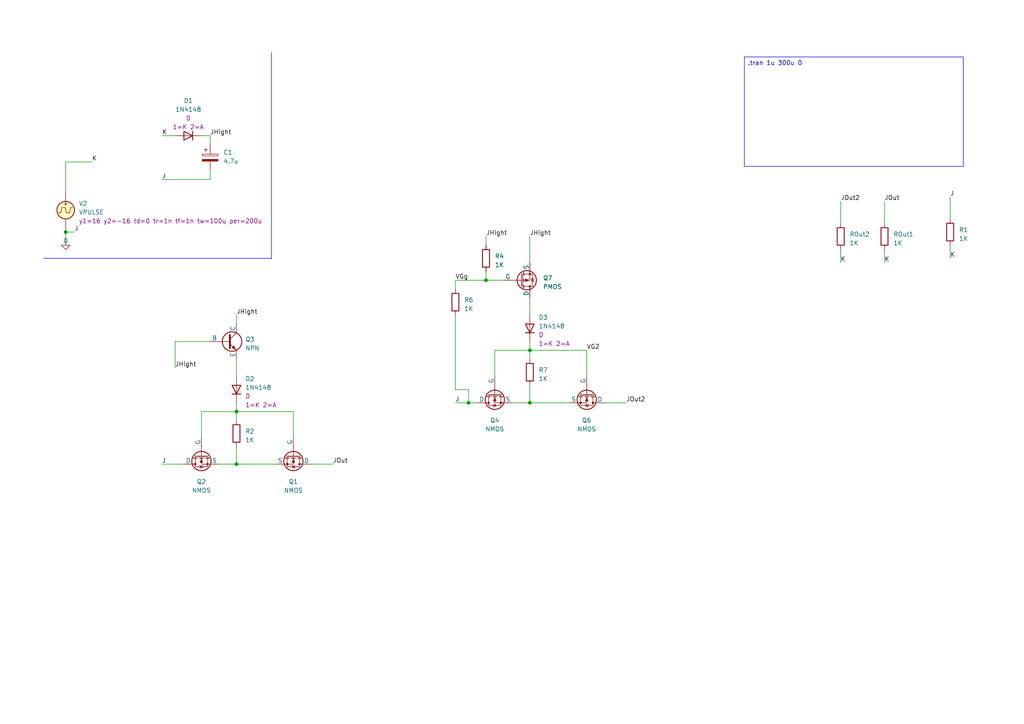
<source format=kicad_sch>
(kicad_sch (version 20230121) (generator eeschema)
  (paper "A4")
  (lib_symbols
    (symbol "Device:C_Polarized" (pin_numbers hide) (pin_names (offset 0.254))
      (property "Reference" "C" (at 0.635 2.54 0))
      (property "Value" "C_Polarized" (at 0.635 -2.54 0))
      (symbol "C_Polarized_0_1"
        (rectangle (start -2.286 0.508) (end 2.286 1.016))
        (polyline (pts (xy -1.778 2.286) (xy -0.762 2.286)))
        (polyline (pts (xy -1.27 2.794) (xy -1.27 1.778)))
        (rectangle (start 2.286 -0.508) (end -2.286 -1.016) (fill (type outline)))
      )
      (symbol "C_Polarized_1_1"
        (pin passive line (at 0 3.81 270) (length 2.794) (name "~") (number "1"))
        (pin passive line (at 0 -3.81 90) (length 2.794) (name "~") (number "2"))
      )
    )
    (symbol "Device:R" (pin_numbers hide) (pin_names (offset 0))
      (property "Reference" "R" (at 2.032 0 90))
      (property "Value" "R" (at 0 0 90))
      (symbol "R_0_1"
        (rectangle (start -1.016 -2.54) (end 1.016 2.54) (stroke (width 0.254)))
      )
      (symbol "R_1_1"
        (pin passive line (at 0 3.81 270) (length 1.27) (name "~") (number "1"))
        (pin passive line (at 0 -3.81 90) (length 1.27) (name "~") (number "2"))
      )
    )
    (symbol "Simulation_SPICE:0" (power) (pin_names (offset 0))
      (property "Value" "0" (at 0 -1.778 0))
      (symbol "0_0_1"
        (polyline (pts (xy -1.27 0) (xy 0 -1.27) (xy 1.27 0) (xy -1.27 0)))
      )
      (symbol "0_1_1"
        (pin power_in line (at 0 0 0) (length 0) hide (name "0") (number "1"))
      )
    )
    (symbol "Simulation_SPICE:D" (pin_numbers hide) (pin_names (offset 1.016) hide)
      (property "Reference" "D" (at 0 2.54 0))
      (property "Value" "D" (at 0 -2.54 0))
      (property "Sim.Device" "D" (at 0 0 0))
      (property "Sim.Pins" "1=K 2=A" (at 0 0 0))
      (symbol "D_0_1"
        (polyline (pts (xy -1.27 1.27) (xy -1.27 -1.27)) (stroke (width 0.254)))
        (polyline (pts (xy 1.27 0) (xy -1.27 0)))
        (polyline (pts (xy 1.27 1.27) (xy 1.27 -1.27) (xy -1.27 0) (xy 1.27 1.27)) (stroke (width 0.254)))
      )
      (symbol "D_1_1"
        (pin passive line (at -3.81 0 0) (length 2.54) (name "K") (number "1"))
        (pin passive line (at 3.81 0 180) (length 2.54) (name "A") (number "2"))
      )
    )
    (symbol "Simulation_SPICE:NMOS" (pin_numbers hide) (pin_names (offset 0))
      (property "Reference" "Q" (at 5.08 1.27 0))
      (property "Value" "NMOS" (at 5.08 -1.27 0))
      (symbol "NMOS_0_1"
        (polyline (pts (xy 0.254 0) (xy -2.54 0)))
        (polyline (pts (xy 0.254 1.905) (xy 0.254 -1.905)) (stroke (width 0.254)))
        (polyline (pts (xy 0.762 -1.27) (xy 0.762 -2.286)) (stroke (width 0.254)))
        (polyline (pts (xy 0.762 0.508) (xy 0.762 -0.508)) (stroke (width 0.254)))
        (polyline (pts (xy 0.762 2.286) (xy 0.762 1.27)) (stroke (width 0.254)))
        (polyline (pts (xy 2.54 2.54) (xy 2.54 1.778)))
        (polyline (pts (xy 2.54 -2.54) (xy 2.54 0) (xy 0.762 0)))
        (polyline (pts (xy 0.762 -1.778) (xy 3.302 -1.778) (xy 3.302 1.778) (xy 0.762 1.778)))
        (polyline (pts (xy 1.016 0) (xy 2.032 0.381) (xy 2.032 -0.381) (xy 1.016 0)) (fill (type outline)))
        (polyline (pts (xy 2.794 0.508) (xy 2.921 0.381) (xy 3.683 0.381) (xy 3.81 0.254)))
        (polyline (pts (xy 3.302 0.381) (xy 2.921 -0.254) (xy 3.683 -0.254) (xy 3.302 0.381)))
        (circle (center 1.651 0) (radius 2.794) (stroke (width 0.254)))
        (circle (center 2.54 -1.778) (radius 0.254) (fill (type outline)))
        (circle (center 2.54 1.778) (radius 0.254) (fill (type outline)))
      )
      (symbol "NMOS_1_1"
        (pin passive line (at 2.54 5.08 270) (length 2.54) (name "D") (number "1"))
        (pin input line (at -5.08 0 0) (length 2.54) (name "G") (number "2"))
        (pin passive line (at 2.54 -5.08 90) (length 2.54) (name "S") (number "3"))
      )
    )
    (symbol "Simulation_SPICE:NPN" (pin_numbers hide) (pin_names (offset 0))
      (property "Reference" "Q" (at -2.54 7.62 0))
      (property "Value" "NPN" (at -2.54 5.08 0))
      (symbol "NPN_0_1"
        (polyline (pts (xy -2.54 0) (xy 0.635 0)) (stroke (width 0.1524)))
        (polyline (pts (xy 0.635 0.635) (xy 2.54 2.54)))
        (polyline (pts (xy 2.794 -1.27) (xy 2.794 -1.27)) (stroke (width 0.1524)))
        (polyline (pts (xy 2.794 -1.27) (xy 2.794 -1.27)) (stroke (width 0.1524)))
        (polyline (pts (xy 0.635 -0.635) (xy 2.54 -2.54) (xy 2.54 -2.54)))
        (polyline (pts (xy 0.635 1.905) (xy 0.635 -1.905) (xy 0.635 -1.905)) (stroke (width 0.508)))
        (polyline (pts (xy 1.27 -1.778) (xy 1.778 -1.27) (xy 2.286 -2.286) (xy 1.27 -1.778) (xy 1.27 -1.778)) (fill (type outline)))
        (circle (center 1.27 0) (radius 2.8194) (stroke (width 0.254)))
      )
      (symbol "NPN_1_1"
        (pin open_collector line (at 2.54 5.08 270) (length 2.54) (name "C") (number "1"))
        (pin input line (at -5.08 0 0) (length 2.54) (name "B") (number "2"))
        (pin open_emitter line (at 2.54 -5.08 90) (length 2.54) (name "E") (number "3"))
      )
    )
    (symbol "Simulation_SPICE:PMOS" (pin_numbers hide) (pin_names (offset 0))
      (property "Reference" "Q" (at 5.08 1.27 0))
      (property "Value" "PMOS" (at 5.08 -1.27 0))
      (symbol "PMOS_0_1"
        (polyline (pts (xy 0.254 0) (xy -2.54 0)))
        (polyline (pts (xy 0.254 1.905) (xy 0.254 -1.905)) (stroke (width 0.254)))
        (polyline (pts (xy 0.762 -1.27) (xy 0.762 -2.286)) (stroke (width 0.254)))
        (polyline (pts (xy 0.762 0.508) (xy 0.762 -0.508)) (stroke (width 0.254)))
        (polyline (pts (xy 0.762 2.286) (xy 0.762 1.27)) (stroke (width 0.254)))
        (polyline (pts (xy 2.54 2.54) (xy 2.54 1.778)))
        (polyline (pts (xy 2.54 -2.54) (xy 2.54 0) (xy 0.762 0)))
        (polyline (pts (xy 0.762 1.778) (xy 3.302 1.778) (xy 3.302 -1.778) (xy 0.762 -1.778)))
        (polyline (pts (xy 2.286 0) (xy 1.27 0.381) (xy 1.27 -0.381) (xy 2.286 0)) (fill (type outline)))
        (polyline (pts (xy 2.794 -0.508) (xy 2.921 -0.381) (xy 3.683 -0.381) (xy 3.81 -0.254)))
        (polyline (pts (xy 3.302 -0.381) (xy 2.921 0.254) (xy 3.683 0.254) (xy 3.302 -0.381)))
        (circle (center 1.651 0) (radius 2.794) (stroke (width 0.254)))
        (circle (center 2.54 -1.778) (radius 0.254) (fill (type outline)))
        (circle (center 2.54 1.778) (radius 0.254) (fill (type outline)))
      )
      (symbol "PMOS_1_1"
        (pin passive line (at 2.54 5.08 270) (length 2.54) (name "D") (number "1"))
        (pin input line (at -5.08 0 0) (length 2.54) (name "G") (number "2"))
        (pin passive line (at 2.54 -5.08 90) (length 2.54) (name "S") (number "3"))
      )
    )
    (symbol "Simulation_SPICE:VPULSE" (pin_numbers hide) (pin_names (offset 0.0254))
      (property "Reference" "V" (at 2.54 2.54 0))
      (property "Value" "VPULSE" (at 2.54 0 0))
      (property "Sim.Params" "y1=0 y2=1 td=2n tr=2n tf=2n tw=50n per=100n" (at 2.54 -2.54 0))
      (symbol "VPULSE_0_0"
        (polyline (pts (xy -2.032 -0.762) (xy -1.397 -0.762) (xy -1.143 0.762) (xy -0.127 0.762) (xy 0.127 -0.762) (xy 1.143 -0.762) (xy 1.397 0.762) (xy 2.032 0.762)))
        (text "+" (at 0 1.905 0) (effects (font (size 1.27 1.27))))
      )
      (symbol "VPULSE_0_1"
        (circle (center 0 0) (radius 2.54) (stroke (width 0.254)) (fill (type background)))
      )
      (symbol "VPULSE_1_1"
        (pin passive line (at 0 5.08 270) (length 2.54) (name "~") (number "1"))
        (pin passive line (at 0 -5.08 90) (length 2.54) (name "~") (number "2"))
      )
    )
  )
  (junction (at 19.05 67.31))
  (junction (at 68.58 134.62))
  (junction (at 68.58 119.38))
  (junction (at 153.67 116.84))
  (junction (at 140.97 81.28))
  (junction (at 153.67 101.6))
  (junction (at 135.89 116.84))
  (wire (pts (xy 68.58 119.38) (xy 68.58 121.92)))
  (wire (pts (xy 153.67 68.58) (xy 153.67 76.2)))
  (wire (pts (xy 135.89 113.03) (xy 135.89 116.84)))
  (wire (pts (xy 170.18 109.22) (xy 170.18 101.6)))
  (wire (pts (xy 58.42 119.38) (xy 58.42 127)))
  (wire (pts (xy 275.59 71.12) (xy 275.59 74.93)))
  (wire (pts (xy 243.84 72.39) (xy 243.84 76.2)))
  (wire (pts (xy 256.54 72.39) (xy 256.54 76.2)))
  (wire (pts (xy 175.26 116.84) (xy 181.61 116.84)))
  (wire (pts (xy 153.67 86.36) (xy 153.67 91.44)))
  (wire (pts (xy 90.17 134.62) (xy 96.52 134.62)))
  (wire (pts (xy 58.42 39.37) (xy 60.96 39.37)))
  (wire (pts (xy 68.58 119.38) (xy 58.42 119.38)))
  (wire (pts (xy 68.58 116.84) (xy 68.58 119.38)))
  (wire (pts (xy 132.08 91.44) (xy 132.08 113.03)))
  (wire (pts (xy 143.51 101.6) (xy 143.51 109.22)))
  (wire (pts (xy 50.8 99.06) (xy 50.8 106.68)))
  (polyline (pts (xy 78.74 15.24) (xy 78.74 74.93)))
  (wire (pts (xy 60.96 39.37) (xy 60.96 41.91)))
  (wire (pts (xy 243.84 58.42) (xy 243.84 64.77)))
  (wire (pts (xy 46.99 134.62) (xy 53.34 134.62)))
  (wire (pts (xy 46.99 39.37) (xy 50.8 39.37)))
  (wire (pts (xy 135.89 116.84) (xy 138.43 116.84)))
  (wire (pts (xy 140.97 68.58) (xy 140.97 71.12)))
  (wire (pts (xy 68.58 119.38) (xy 85.09 119.38)))
  (wire (pts (xy 68.58 129.54) (xy 68.58 134.62)))
  (wire (pts (xy 153.67 101.6) (xy 170.18 101.6)))
  (wire (pts (xy 153.67 116.84) (xy 148.59 116.84)))
  (wire (pts (xy 146.05 81.28) (xy 140.97 81.28)))
  (wire (pts (xy 153.67 99.06) (xy 153.67 101.6)))
  (wire (pts (xy 19.05 67.31) (xy 19.05 71.12)))
  (wire (pts (xy 153.67 116.84) (xy 165.1 116.84)))
  (wire (pts (xy 19.05 67.31) (xy 21.59 67.31)))
  (wire (pts (xy 46.99 52.07) (xy 60.96 52.07)))
  (wire (pts (xy 68.58 134.62) (xy 63.5 134.62)))
  (wire (pts (xy 153.67 101.6) (xy 153.67 104.14)))
  (polyline (pts (xy 12.7 74.93) (xy 78.74 74.93)))
  (wire (pts (xy 132.08 116.84) (xy 135.89 116.84)))
  (wire (pts (xy 256.54 58.42) (xy 256.54 64.77)))
  (wire (pts (xy 85.09 127) (xy 85.09 119.38)))
  (wire (pts (xy 153.67 101.6) (xy 143.51 101.6)))
  (wire (pts (xy 132.08 113.03) (xy 135.89 113.03)))
  (wire (pts (xy 60.96 99.06) (xy 50.8 99.06)))
  (wire (pts (xy 60.96 49.53) (xy 60.96 52.07)))
  (wire (pts (xy 68.58 134.62) (xy 80.01 134.62)))
  (wire (pts (xy 19.05 66.04) (xy 19.05 67.31)))
  (wire (pts (xy 19.05 46.99) (xy 26.67 46.99)))
  (wire (pts (xy 275.59 57.15) (xy 275.59 63.5)))
  (wire (pts (xy 132.08 81.28) (xy 132.08 83.82)))
  (wire (pts (xy 68.58 91.44) (xy 68.58 93.98)))
  (wire (pts (xy 132.08 81.28) (xy 140.97 81.28)))
  (wire (pts (xy 19.05 55.88) (xy 19.05 46.99)))
  (wire (pts (xy 153.67 111.76) (xy 153.67 116.84)))
  (wire (pts (xy 140.97 81.28) (xy 140.97 78.74)))
  (wire (pts (xy 68.58 104.14) (xy 68.58 109.22)))
  (text_box ".tran 1u 300u 0" (at 215.9 16.51 0) (size 63.5 31.75) (effects (font (size 1.27 1.27)) (justify left top)))
  (label "K" (at 46.99 39.37 0))
  (label "JOut2" (at 181.61 116.84 0))
  (label "J" (at 46.99 52.07 0))
  (label "JOut" (at 256.54 58.42 0))
  (label "VG2" (at 170.18 101.6 0))
  (label "JHight" (at 60.96 39.37 0))
  (label "J" (at 46.99 134.62 0))
  (label "J" (at 132.08 116.84 0))
  (label "J" (at 21.59 67.31 0))
  (label "JHight" (at 50.8 106.68 0))
  (label "JHight" (at 153.67 68.58 0))
  (label "K" (at 275.59 74.93 0))
  (label "K" (at 256.54 76.2 0))
  (label "JOut2" (at 243.84 58.42 0))
  (label "VGg" (at 132.08 81.28 0))
  (label "K" (at 26.67 46.99 0))
  (label "JOut" (at 96.52 134.62 0))
  (label "JHight" (at 140.97 68.58 0))
  (label "JHight" (at 68.58 91.44 0))
  (label "J" (at 275.59 57.15 0))
  (label "K" (at 243.84 76.2 0))
  (symbol (lib_id "Simulation_SPICE:0") (at 19.05 71.12 0) (unit 1)
    (property "Reference" "#GND02" (effects hide))
    (property "Value" "0" (at 19.05 69.85 0))
  )
  (symbol (lib_id "Simulation_SPICE:NMOS") (at 85.09 132.08 270) (unit 1)
    (property "Reference" "Q1" (at 85.09 139.7 90))
    (property "Value" "NMOS" (at 85.09 142.24 90))
    (property "Datasheet" "https://ngspice.sourceforge.io/docs/ngspice-manual.pdf" (effects hide))
    (property "Sim.Device" "SUBCKT" (effects hide))
    (property "Sim.Pins" "1=DRAIN 2=GATE 3=SOURCE" (effects hide))
    (property "Sim.Library" "models/PSMN022-30PL.lib" (effects hide))
    (property "Sim.Name" "PSMN022_30PL" (effects hide))
  )
  (symbol (lib_id "Simulation_SPICE:VPULSE") (at 19.05 60.96 0) (unit 1)
    (property "Reference" "V2" (at 22.86 59.0192 0) (effects (justify left)))
    (property "Value" "VPULSE" (at 22.86 61.5592 0) (effects (justify left)))
    (property "Sim.Pins" "1=+ 2=-" (effects hide))
    (property "Sim.Type" "PULSE" (effects hide))
    (property "Sim.Device" "V" (effects hide))
    (property "Sim.Params" "y1=16 y2=-16 td=0 tr=1n tf=1n tw=100u per=200u" (at 22.86 64.0992 0) (effects (justify left)))
  )
  (symbol (lib_id "Device:R") (at 256.54 68.58 0) (unit 1)
    (property "Reference" "ROut1" (at 259.08 67.945 0) (effects (justify left)))
    (property "Value" "1K" (at 259.08 70.485 0) (effects (justify left)))
  )
  (symbol (lib_id "Device:R") (at 132.08 87.63 0) (unit 1)
    (property "Reference" "R6" (at 134.62 86.995 0) (effects (justify left)))
    (property "Value" "1K" (at 134.62 89.535 0) (effects (justify left)))
  )
  (symbol (lib_id "Simulation_SPICE:D") (at 54.61 39.37 180) (unit 1)
    (property "Reference" "D1" (at 54.61 29.21 0))
    (property "Value" "1N4148" (at 54.61 31.75 0))
    (property "Sim.Device" "D" (at 54.61 34.29 0))
    (property "Sim.Pins" "1=K 2=A" (at 54.61 36.83 0))
    (property "Sim.Library" "models/1N4148.lib" (effects hide))
    (property "Sim.Name" "1N4148" (effects hide))
    (property "Sim.Params" "cjo=704800a" (effects hide))
  )
  (symbol (lib_id "Device:R") (at 153.67 107.95 0) (unit 1)
    (property "Reference" "R7" (at 156.21 107.315 0) (effects (justify left)))
    (property "Value" "1K" (at 156.21 109.855 0) (effects (justify left)))
  )
  (symbol (lib_id "Device:C_Polarized") (at 60.96 45.72 0) (unit 1)
    (property "Reference" "C1" (at 64.77 44.196 0) (effects (justify left)))
    (property "Value" "4.7u" (at 64.77 46.736 0) (effects (justify left)))
  )
  (symbol (lib_id "Simulation_SPICE:D") (at 68.58 113.03 90) (unit 1)
    (property "Reference" "D2" (at 71.12 109.855 90) (effects (justify right)))
    (property "Value" "1N4148" (at 71.12 112.395 90) (effects (justify right)))
    (property "Sim.Device" "D" (at 71.12 114.935 90) (effects (justify right)))
    (property "Sim.Pins" "1=K 2=A" (at 71.12 117.475 90) (effects (justify right)))
    (property "Sim.Library" "models/1N4148.lib" (effects hide))
    (property "Sim.Name" "1N4148" (effects hide))
    (property "Sim.Params" "cjo=704800a" (effects hide))
  )
  (symbol (lib_id "Simulation_SPICE:NMOS") (at 58.42 132.08 90) (mirror x) (unit 1)
    (property "Reference" "Q2" (at 58.42 139.7 90))
    (property "Value" "NMOS" (at 58.42 142.24 90))
    (property "Datasheet" "https://ngspice.sourceforge.io/docs/ngspice-manual.pdf" (effects hide))
    (property "Sim.Device" "SUBCKT" (effects hide))
    (property "Sim.Pins" "1=DRAIN 2=GATE 3=SOURCE" (effects hide))
    (property "Sim.Library" "models/PSMN022-30PL.lib" (effects hide))
    (property "Sim.Name" "PSMN022_30PL" (effects hide))
  )
  (symbol (lib_id "Device:R") (at 140.97 74.93 0) (unit 1)
    (property "Reference" "R4" (at 143.51 74.295 0) (effects (justify left)))
    (property "Value" "1K" (at 143.51 76.835 0) (effects (justify left)))
  )
  (symbol (lib_id "Simulation_SPICE:PMOS") (at 151.13 81.28 0) (mirror x) (unit 1)
    (property "Reference" "Q7" (at 157.48 80.645 0) (effects (justify left)))
    (property "Value" "PMOS" (at 157.48 83.185 0) (effects (justify left)))
    (property "Datasheet" "https://ngspice.sourceforge.io/docs/ngspice-manual.pdf" (effects hide))
    (property "Sim.Device" "SUBCKT" (effects hide))
    (property "Sim.Pins" "1=D 2=G 3=S" (effects hide))
    (property "Sim.Library" "/home/dvilas/Downloads/NXV90EP.lib" (effects hide))
    (property "Sim.Name" "NXV90EP" (effects hide))
  )
  (symbol (lib_id "Device:R") (at 68.58 125.73 0) (unit 1)
    (property "Reference" "R2" (at 71.12 125.095 0) (effects (justify left)))
    (property "Value" "1K" (at 71.12 127.635 0) (effects (justify left)))
  )
  (symbol (lib_id "Simulation_SPICE:D") (at 153.67 95.25 90) (unit 1)
    (property "Reference" "D3" (at 156.21 92.075 90) (effects (justify right)))
    (property "Value" "1N4148" (at 156.21 94.615 90) (effects (justify right)))
    (property "Sim.Device" "D" (at 156.21 97.155 90) (effects (justify right)))
    (property "Sim.Pins" "1=K 2=A" (at 156.21 99.695 90) (effects (justify right)))
    (property "Sim.Library" "models/1N4148.lib" (effects hide))
    (property "Sim.Name" "1N4148" (effects hide))
    (property "Sim.Params" "cjo=704800a" (effects hide))
  )
  (symbol (lib_id "Simulation_SPICE:NPN") (at 66.04 99.06 0) (unit 1)
    (property "Reference" "Q3" (at 71.12 98.425 0) (effects (justify left)))
    (property "Value" "NPN" (at 71.12 100.965 0) (effects (justify left)))
    (property "Sim.Device" "NPN" (effects hide))
    (property "Sim.Type" "GUMMELPOON" (effects hide))
    (property "Sim.Pins" "1=C 2=B 3=E" (effects hide))
  )
  (symbol (lib_id "Device:R") (at 243.84 68.58 0) (unit 1)
    (property "Reference" "ROut2" (at 246.38 67.945 0) (effects (justify left)))
    (property "Value" "1K" (at 246.38 70.485 0) (effects (justify left)))
  )
  (symbol (lib_id "Simulation_SPICE:NMOS") (at 170.18 114.3 270) (unit 1)
    (property "Reference" "Q6" (at 170.18 121.92 90))
    (property "Value" "NMOS" (at 170.18 124.46 90))
    (property "Datasheet" "https://ngspice.sourceforge.io/docs/ngspice-manual.pdf" (effects hide))
    (property "Sim.Device" "SUBCKT" (effects hide))
    (property "Sim.Pins" "1=DRAIN 2=GATE 3=SOURCE" (effects hide))
    (property "Sim.Library" "models/PSMN022-30PL.lib" (effects hide))
    (property "Sim.Name" "PSMN022_30PL" (effects hide))
  )
  (symbol (lib_id "Simulation_SPICE:NMOS") (at 143.51 114.3 90) (mirror x) (unit 1)
    (property "Reference" "Q4" (at 143.51 121.92 90))
    (property "Value" "NMOS" (at 143.51 124.46 90))
    (property "Datasheet" "https://ngspice.sourceforge.io/docs/ngspice-manual.pdf" (effects hide))
    (property "Sim.Device" "SUBCKT" (effects hide))
    (property "Sim.Pins" "1=DRAIN 2=GATE 3=SOURCE" (effects hide))
    (property "Sim.Library" "models/PSMN022-30PL.lib" (effects hide))
    (property "Sim.Name" "PSMN022_30PL" (effects hide))
  )
  (symbol (lib_id "Device:R") (at 275.59 67.31 0) (unit 1)
    (property "Reference" "R1" (at 278.13 66.675 0) (effects (justify left)))
    (property "Value" "1K" (at 278.13 69.215 0) (effects (justify left)))
  )
)
</source>
